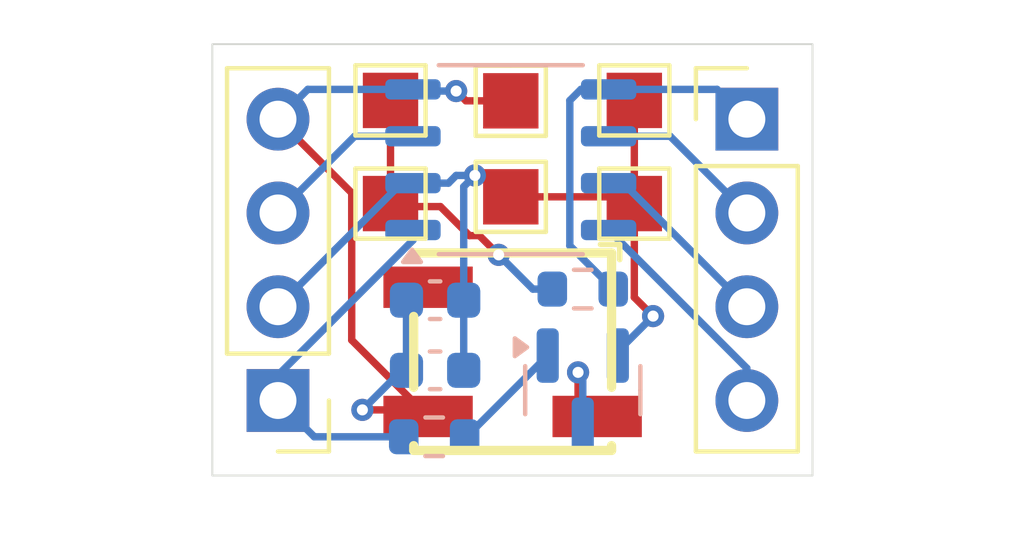
<source format=kicad_pcb>
(kicad_pcb (version 20241229) (generator "pcbnew") (generator_version "9.0")
  (layers (0 "F.Cu" signal) (2 "B.Cu" signal) (13 "F.Paste" user) (15 "B.Paste" user) (5 "F.SilkS" user "F.Silkscreen") (7 "B.SilkS" user "B.Silkscreen") (1 "F.Mask" user) (3 "B.Mask" user) (25 "Edge.Cuts" user))
  (net 0 "")
  (net 1 "VCC")
  (net 2 "GND")
  (net 3 "Net-(BUZZER1--)")
  (net 5 "PA2")
  (net 6 "BEEP")
  (net 7 "PD1")
  (net 8 "PC4")
  (net 9 "PC1")
  (net 10 "PC2")
  (net 11 "Net-(Q2-B)")
  (net 12 "Net-(LA1-Pad1)")
  (footprint "TestPoint:TestPoint_Pad_1.5x1.5mm" (layer "F.Cu") (at 136.652 65.532)
    (property "Reference" "B-1" (hide yes))
    (property "Value" "BAT-")
    (fp_line (start -0.95 -0.95) (end 0.95 -0.95) (stroke (width 0.12)) (layer "F.SilkS"))
    (fp_line (start -0.95 0.95) (end -0.95 -0.95) (stroke (width 0.12)) (layer "F.SilkS"))
    (fp_line (start 0.95 -0.95) (end 0.95 0.95) (stroke (width 0.12)) (layer "F.SilkS"))
    (fp_line (start 0.95 0.95) (end -0.95 0.95) (stroke (width 0.12)) (layer "F.SilkS"))
    (pad "1" smd rect (at 0 0) (size 1.5 1.5) (layers "F.Cu" "F.Mask") (net 2 "GND"))
  )
  (footprint "TestPoint:TestPoint_Pad_1.5x1.5mm" (layer "F.Cu") (at 130.048 68.326)
    (property "Reference" "LA2" (hide yes))
    (property "Value" "LED")
    (fp_line (start -0.95 -0.95) (end 0.95 -0.95) (stroke (width 0.12)) (layer "F.SilkS"))
    (fp_line (start -0.95 0.95) (end -0.95 -0.95) (stroke (width 0.12)) (layer "F.SilkS"))
    (fp_line (start 0.95 -0.95) (end 0.95 0.95) (stroke (width 0.12)) (layer "F.SilkS"))
    (fp_line (start 0.95 0.95) (end -0.95 0.95) (stroke (width 0.12)) (layer "F.SilkS"))
    (pad "1" smd rect (at 0 0) (size 1.5 1.5) (layers "F.Cu" "F.Mask") (net 12 "Net-(LA1-Pad1)"))
  )
  (footprint "easyeda2kicad:BUZ-SMD_3P-L5.2-W5.2-P3.50-BR" (layer "F.Cu") (at 133.355654 72.342659 90)
    (property "Reference" "BUZZER1" (hide yes))
    (property "Value" "MLT-5030")
    (fp_line (start 2.68 -2.68) (end 2.54 -2.68) (stroke (width 0.25)) (layer "F.SilkS"))
    (fp_line (start 2.68 -2.68) (end 2.68 2.68) (stroke (width 0.15)) (layer "F.SilkS"))
    (fp_line (start 2.5 -2.68) (end 2.68 -2.68) (stroke (width 0.15)) (layer "F.SilkS"))
    (fp_line (start 0.96 -2.68) (end -0.96 -2.68) (stroke (width 0.25)) (layer "F.SilkS"))
    (fp_line (start -2.5 -2.68) (end -2.67 -2.68) (stroke (width 0.15)) (layer "F.SilkS"))
    (fp_line (start -2.54 -2.68) (end -2.67 -2.68) (stroke (width 0.25)) (layer "F.SilkS"))
    (fp_line (start -2.67 -2.68) (end -2.67 2.68) (stroke (width 0.15)) (layer "F.SilkS"))
    (fp_line (start -2.67 -2.68) (end -2.67 2.68) (stroke (width 0.25)) (layer "F.SilkS"))
    (fp_line (start 2.68 2.68) (end 2.68 -2.68) (stroke (width 0.25)) (layer "F.SilkS"))
    (fp_line (start 2.68 2.68) (end 2.5 2.68) (stroke (width 0.15)) (layer "F.SilkS"))
    (fp_line (start -0.96 2.68) (end 2.68 2.68) (stroke (width 0.25)) (layer "F.SilkS"))
    (fp_line (start -2.67 2.68) (end -2.5 2.68) (stroke (width 0.15)) (layer "F.SilkS"))
    (fp_line (start -2.67 2.68) (end -2.54 2.68) (stroke (width 0.25)) (layer "F.SilkS"))
    (fp_line (start 2.91 2.9) (end 2.91 2.38) (stroke (width 0.15)) (layer "F.SilkS"))
    (fp_line (start 2.83 2.9) (end 2.91 2.9) (stroke (width 0.15)) (layer "F.SilkS"))
    (fp_line (start 2.5 2.9) (end 2.83 2.9) (stroke (width 0.15)) (layer "F.SilkS"))
    (pad "1" smd rect (at 1.75 -2.29 270) (size 1.12 2.42) (layers "F.Cu" "F.Mask" "F.Paste"))
    (pad "2" smd rect (at -1.75 -2.29 270) (size 1.12 2.42) (layers "F.Cu" "F.Mask" "F.Paste") (net 1 "VCC"))
    (pad "3" smd rect (at -1.75 2.29 270) (size 1.12 2.42) (layers "F.Cu" "F.Mask" "F.Paste") (net 3 "Net-(BUZZER1--)"))
  )
  (footprint "Connector_PinHeader_2.54mm:PinHeader_1x04_P2.54mm_Vertical" (layer "F.Cu") (at 139.7 66.04)
    (property "Reference" "J2" (hide yes))
    (property "Value" "Conn_01x04_Socket")
    (fp_line (start -1.38 -1.38) (end 0 -1.38) (stroke (width 0.12)) (layer "F.SilkS"))
    (fp_line (start -1.38 0) (end -1.38 -1.38) (stroke (width 0.12)) (layer "F.SilkS"))
    (fp_line (start -1.38 1.27) (end -1.38 9) (stroke (width 0.12)) (layer "F.SilkS"))
    (fp_line (start -1.38 1.27) (end 1.38 1.27) (stroke (width 0.12)) (layer "F.SilkS"))
    (fp_line (start -1.38 9) (end 1.38 9) (stroke (width 0.12)) (layer "F.SilkS"))
    (fp_line (start 1.38 1.27) (end 1.38 9) (stroke (width 0.12)) (layer "F.SilkS"))
    (pad "1" thru_hole rect (at 0 0) (size 1.7 1.7) (drill 1) (layers "*.Cu" "*.Mask") (net 9 "PC1"))
    (pad "2" thru_hole circle (at 0 2.54) (size 1.7 1.7) (drill 1) (layers "*.Cu" "*.Mask") (net 10 "PC2"))
    (pad "3" thru_hole circle (at 0 5.08) (size 1.7 1.7) (drill 1) (layers "*.Cu" "*.Mask") (net 8 "PC4"))
    (pad "4" thru_hole circle (at 0 7.62) (size 1.7 1.7) (drill 1) (layers "*.Cu" "*.Mask") (net 7 "PD1"))
  )
  (footprint "TestPoint:TestPoint_Pad_1.5x1.5mm" (layer "F.Cu") (at 130.048 65.532)
    (property "Reference" "LA1" (hide yes))
    (property "Value" "LED")
    (fp_line (start -0.95 -0.95) (end 0.95 -0.95) (stroke (width 0.12)) (layer "F.SilkS"))
    (fp_line (start -0.95 0.95) (end -0.95 -0.95) (stroke (width 0.12)) (layer "F.SilkS"))
    (fp_line (start 0.95 -0.95) (end 0.95 0.95) (stroke (width 0.12)) (layer "F.SilkS"))
    (fp_line (start 0.95 0.95) (end -0.95 0.95) (stroke (width 0.12)) (layer "F.SilkS"))
    (pad "1" smd rect (at 0 0) (size 1.5 1.5) (layers "F.Cu" "F.Mask") (net 12 "Net-(LA1-Pad1)"))
  )
  (footprint "TestPoint:TestPoint_Pad_1.5x1.5mm" (layer "F.Cu") (at 133.305654 65.542659)
    (property "Reference" "B+1" (hide yes))
    (property "Value" "BAT+")
    (fp_line (start -0.95 -0.95) (end 0.95 -0.95) (stroke (width 0.12)) (layer "F.SilkS"))
    (fp_line (start -0.95 0.95) (end -0.95 -0.95) (stroke (width 0.12)) (layer "F.SilkS"))
    (fp_line (start 0.95 -0.95) (end 0.95 0.95) (stroke (width 0.12)) (layer "F.SilkS"))
    (fp_line (start 0.95 0.95) (end -0.95 0.95) (stroke (width 0.12)) (layer "F.SilkS"))
    (pad "1" smd rect (at 0 0) (size 1.5 1.5) (layers "F.Cu" "F.Mask") (net 1 "VCC"))
  )
  (footprint "TestPoint:TestPoint_Pad_1.5x1.5mm" (layer "F.Cu") (at 136.652 68.326)
    (property "Reference" "LK2" (hide yes))
    (property "Value" "LED")
    (fp_line (start -0.95 -0.95) (end 0.95 -0.95) (stroke (width 0.12)) (layer "F.SilkS"))
    (fp_line (start -0.95 0.95) (end -0.95 -0.95) (stroke (width 0.12)) (layer "F.SilkS"))
    (fp_line (start 0.95 -0.95) (end 0.95 0.95) (stroke (width 0.12)) (layer "F.SilkS"))
    (fp_line (start 0.95 0.95) (end -0.95 0.95) (stroke (width 0.12)) (layer "F.SilkS"))
    (pad "1" smd rect (at 0 0) (size 1.5 1.5) (layers "F.Cu" "F.Mask") (net 2 "GND"))
  )
  (footprint "TestPoint:TestPoint_Pad_1.5x1.5mm" (layer "F.Cu") (at 133.305654 68.142659)
    (property "Reference" "LK1" (hide yes))
    (property "Value" "LED")
    (fp_line (start -0.95 -0.95) (end 0.95 -0.95) (stroke (width 0.12)) (layer "F.SilkS"))
    (fp_line (start -0.95 0.95) (end -0.95 -0.95) (stroke (width 0.12)) (layer "F.SilkS"))
    (fp_line (start 0.95 -0.95) (end 0.95 0.95) (stroke (width 0.12)) (layer "F.SilkS"))
    (fp_line (start 0.95 0.95) (end -0.95 0.95) (stroke (width 0.12)) (layer "F.SilkS"))
    (pad "1" smd rect (at 0 0) (size 1.5 1.5) (layers "F.Cu" "F.Mask") (net 2 "GND"))
  )
  (footprint "Connector_PinHeader_2.54mm:PinHeader_1x04_P2.54mm_Vertical" (layer "F.Cu") (at 127 73.66 180)
    (property "Reference" "J1" (hide yes))
    (property "Value" "Conn_01x04_Socket")
    (fp_line (start 1.38 1.27) (end 1.38 9) (stroke (width 0.12)) (layer "F.SilkS"))
    (fp_line (start -1.38 9) (end 1.38 9) (stroke (width 0.12)) (layer "F.SilkS"))
    (fp_line (start -1.38 1.27) (end 1.38 1.27) (stroke (width 0.12)) (layer "F.SilkS"))
    (fp_line (start -1.38 1.27) (end -1.38 9) (stroke (width 0.12)) (layer "F.SilkS"))
    (fp_line (start -1.38 0) (end -1.38 -1.38) (stroke (width 0.12)) (layer "F.SilkS"))
    (fp_line (start -1.38 -1.38) (end 0 -1.38) (stroke (width 0.12)) (layer "F.SilkS"))
    (pad "1" thru_hole rect (at 0 0 180) (size 1.7 1.7) (drill 1) (layers "*.Cu" "*.Mask") (net 6 "BEEP"))
    (pad "2" thru_hole circle (at 0 2.54 180) (size 1.7 1.7) (drill 1) (layers "*.Cu" "*.Mask") (net 2 "GND"))
    (pad "3" thru_hole circle (at 0 5.08 180) (size 1.7 1.7) (drill 1) (layers "*.Cu" "*.Mask") (net 5 "PA2"))
    (pad "4" thru_hole circle (at 0 7.62 180) (size 1.7 1.7) (drill 1) (layers "*.Cu" "*.Mask") (net 1 "VCC"))
  )
  (footprint "Package_TO_SOT_SMD:SOT-23" (layer "B.Cu") (at 135.255654 73.380159 -90)
    (property "Reference" "Q2" (hide yes))
    (property "Value" "MMBT2222A")
    (fp_line (start 0 1.56) (end -0.65 1.56) (stroke (width 0.12)) (layer "B.SilkS"))
    (fp_line (start 0 1.56) (end 0.65 1.56) (stroke (width 0.12)) (layer "B.SilkS"))
    (fp_line (start 0 -1.56) (end -0.65 -1.56) (stroke (width 0.12)) (layer "B.SilkS"))
    (fp_line (start 0 -1.56) (end 0.65 -1.56) (stroke (width 0.12)) (layer "B.SilkS"))
    (fp_poly (pts (xy -1.1625 1.51) (xy -1.4025 1.84) (xy -0.9225 1.84)) (stroke (width 0.12)) (fill yes) (layer "B.SilkS"))
    (pad "1" smd roundrect (at -0.9375 0.95 270) (size 1.475 0.6) (layers "B.Cu" "B.Mask" "B.Paste") (net 11 "Net-(Q2-B)"))
    (pad "2" smd roundrect (at -0.9375 -0.95 270) (size 1.475 0.6) (layers "B.Cu" "B.Mask" "B.Paste") (net 2 "GND"))
    (pad "3" smd roundrect (at 0.9375 0 270) (size 1.475 0.6) (layers "B.Cu" "B.Mask" "B.Paste") (net 3 "Net-(BUZZER1--)"))
  )
  (footprint "Capacitor_SMD:C_0603_1608Metric" (layer "B.Cu") (at 131.255654 70.942659)
    (property "Reference" "C2" (hide yes))
    (property "Value" "10n")
    (fp_line (start -0.14058 -0.51) (end 0.14058 -0.51) (stroke (width 0.12)) (layer "B.SilkS"))
    (fp_line (start -0.14058 0.51) (end 0.14058 0.51) (stroke (width 0.12)) (layer "B.SilkS"))
    (pad "1" smd roundrect (at -0.775 0) (size 0.9 0.95) (layers "B.Cu" "B.Mask" "B.Paste") (net 1 "VCC"))
    (pad "2" smd roundrect (at 0.775 0) (size 0.9 0.95) (layers "B.Cu" "B.Mask" "B.Paste") (net 2 "GND"))
  )
  (footprint "Resistor_SMD:R_0603_1608Metric" (layer "B.Cu") (at 131.230654 74.642659 180)
    (property "Reference" "R1" (hide yes))
    (property "Value" "1K")
    (fp_line (start -0.237258 0.5225) (end 0.237258 0.5225) (stroke (width 0.12)) (layer "B.SilkS"))
    (fp_line (start -0.237258 -0.5225) (end 0.237258 -0.5225) (stroke (width 0.12)) (layer "B.SilkS"))
    (pad "1" smd roundrect (at -0.825 0 180) (size 0.8 0.95) (layers "B.Cu" "B.Mask" "B.Paste") (net 11 "Net-(Q2-B)"))
    (pad "2" smd roundrect (at 0.825 0 180) (size 0.8 0.95) (layers "B.Cu" "B.Mask" "B.Paste") (net 6 "BEEP"))
  )
  (footprint "Capacitor_SMD:C_0603_1608Metric" (layer "B.Cu") (at 131.255654 72.842659)
    (property "Reference" "C1" (hide yes))
    (property "Value" "100n")
    (fp_line (start -0.14058 -0.51) (end 0.14058 -0.51) (stroke (width 0.12)) (layer "B.SilkS"))
    (fp_line (start -0.14058 0.51) (end 0.14058 0.51) (stroke (width 0.12)) (layer "B.SilkS"))
    (pad "1" smd roundrect (at -0.775 0) (size 0.9 0.95) (layers "B.Cu" "B.Mask" "B.Paste") (net 1 "VCC"))
    (pad "2" smd roundrect (at 0.775 0) (size 0.9 0.95) (layers "B.Cu" "B.Mask" "B.Paste") (net 2 "GND"))
  )
  (footprint "Resistor_SMD:R_0603_1608Metric" (layer "B.Cu") (at 135.255654 70.642659)
    (property "Reference" "R4" (hide yes))
    (property "Value" "1K")
    (fp_line (start -0.237258 -0.5225) (end 0.237258 -0.5225) (stroke (width 0.12)) (layer "B.SilkS"))
    (fp_line (start -0.237258 0.5225) (end 0.237258 0.5225) (stroke (width 0.12)) (layer "B.SilkS"))
    (pad "1" smd roundrect (at -0.825 0) (size 0.8 0.95) (layers "B.Cu" "B.Mask" "B.Paste") (net 12 "Net-(LA1-Pad1)"))
    (pad "2" smd roundrect (at 0.825 0) (size 0.8 0.95) (layers "B.Cu" "B.Mask" "B.Paste") (net 9 "PC1"))
  )
  (footprint "Package_SO:JEITA_SOIC-8_3.9x4.9mm_P1.27mm" (layer "B.Cu") (at 133.305654 67.137659)
    (property "Reference" "U1" (hide yes))
    (property "Value" "CH32V003JxMx")
    (fp_line (start 0 -2.56) (end -1.95 -2.56) (stroke (width 0.12)) (layer "B.SilkS"))
    (fp_line (start 0 -2.56) (end 1.95 -2.56) (stroke (width 0.12)) (layer "B.SilkS"))
    (fp_line (start 0 2.56) (end -1.95 2.56) (stroke (width 0.12)) (layer "B.SilkS"))
    (fp_line (start 0 2.56) (end 1.95 2.56) (stroke (width 0.12)) (layer "B.SilkS"))
    (fp_poly (pts (xy -2.675 2.44) (xy -2.915 2.77) (xy -2.435 2.77)) (stroke (width 0.12)) (fill yes) (layer "B.SilkS"))
    (pad "1" smd roundrect (at -2.65 1.905) (size 1.5 0.55) (layers "B.Cu" "B.Mask" "B.Paste") (net 6 "BEEP"))
    (pad "2" smd roundrect (at -2.65 0.635) (size 1.5 0.55) (layers "B.Cu" "B.Mask" "B.Paste") (net 2 "GND"))
    (pad "3" smd roundrect (at -2.65 -0.635) (size 1.5 0.55) (layers "B.Cu" "B.Mask" "B.Paste") (net 5 "PA2"))
    (pad "4" smd roundrect (at -2.65 -1.905) (size 1.5 0.55) (layers "B.Cu" "B.Mask" "B.Paste") (net 1 "VCC"))
    (pad "5" smd roundrect (at 2.65 -1.905) (size 1.5 0.55) (layers "B.Cu" "B.Mask" "B.Paste") (net 9 "PC1"))
    (pad "6" smd roundrect (at 2.65 -0.635) (size 1.5 0.55) (layers "B.Cu" "B.Mask" "B.Paste") (net 10 "PC2"))
    (pad "7" smd roundrect (at 2.65 0.635) (size 1.5 0.55) (layers "B.Cu" "B.Mask" "B.Paste") (net 8 "PC4"))
    (pad "8" smd roundrect (at 2.65 1.905) (size 1.5 0.55) (layers "B.Cu" "B.Mask" "B.Paste") (net 7 "PD1"))
  )
  (gr_rect (start 125.222 64.008) (end 141.478 75.692) (stroke (width 0.05)) (fill no) (layer "Edge.Cuts"))
  (segment (start 132.090659 65.542659) (end 131.826 65.278) (width 0.2) (layer "F.Cu") (net 1))
  (segment (start 130.886995 73.914) (end 131.065654 74.092659) (width 0.2) (layer "F.Cu") (net 1))
  (segment (start 128.997 72.024005) (end 128.997 68.037) (width 0.2) (layer "F.Cu") (net 1))
  (segment (start 131.065654 74.092659) (end 128.997 72.024005) (width 0.2) (layer "F.Cu") (net 1))
  (segment (start 128.997 68.037) (end 127 66.04) (width 0.2) (layer "F.Cu") (net 1))
  (segment (start 133.305654 65.542659) (end 132.090659 65.542659) (width 0.2) (layer "F.Cu") (net 1))
  (segment (start 129.286 73.914) (end 130.886995 73.914) (width 0.2) (layer "F.Cu") (net 1))
  (via (at 131.826 65.278) (size 0.6) (drill 0.3) (layers "F.Cu" "B.Cu") (net 1))
  (via (at 129.286 73.914) (size 0.6) (drill 0.3) (layers "F.Cu" "B.Cu") (net 1))
  (segment (start 130.480654 72.842659) (end 130.357341 72.842659) (width 0.2) (layer "B.Cu") (net 1))
  (segment (start 130.655654 65.232659) (end 127.807341 65.232659) (width 0.2) (layer "B.Cu") (net 1))
  (segment (start 127.807341 65.232659) (end 127 66.04) (width 0.2) (layer "B.Cu") (net 1))
  (segment (start 131.826 65.278) (end 130.700995 65.278) (width 0.2) (layer "B.Cu") (net 1))
  (segment (start 130.357341 72.842659) (end 129.286 73.914) (width 0.2) (layer "B.Cu") (net 1))
  (segment (start 130.480654 70.942659) (end 130.480654 72.842659) (width 0.2) (layer "B.Cu") (net 1))
  (segment (start 130.700995 65.278) (end 130.655654 65.232659) (width 0.2) (layer "B.Cu") (net 1))
  (segment (start 136.652 70.866) (end 136.652 68.326) (width 0.2) (layer "F.Cu") (net 2))
  (segment (start 133.305654 68.142659) (end 136.468659 68.142659) (width 0.2) (layer "F.Cu") (net 2))
  (segment (start 136.652 68.326) (end 136.652 65.532) (width 0.2) (layer "F.Cu") (net 2))
  (segment (start 137.16 71.374) (end 136.652 70.866) (width 0.2) (layer "F.Cu") (net 2))
  (segment (start 136.468659 68.142659) (end 136.652 68.326) (width 0.2) (layer "F.Cu") (net 2))
  (segment (start 132.334 67.564) (end 132.726995 67.564) (width 0.2) (layer "F.Cu") (net 2))
  (segment (start 132.726995 67.564) (end 133.305654 68.142659) (width 0.2) (layer "F.Cu") (net 2))
  (via (at 137.16 71.374) (size 0.6) (drill 0.3) (layers "F.Cu" "B.Cu") (net 2))
  (via (at 132.334 67.564) (size 0.6) (drill 0.3) (layers "F.Cu" "B.Cu") (net 2))
  (segment (start 132.030654 70.942659) (end 132.030654 67.867346) (width 0.2) (layer "B.Cu") (net 2))
  (segment (start 136.205654 72.328346) (end 137.16 71.374) (width 0.2) (layer "B.Cu") (net 2))
  (segment (start 132.030654 67.867346) (end 132.334 67.564) (width 0.2) (layer "B.Cu") (net 2))
  (segment (start 131.826 67.564) (end 131.617341 67.772659) (width 0.2) (layer "B.Cu") (net 2))
  (segment (start 132.030654 70.942659) (end 132.030654 72.842659) (width 0.2) (layer "B.Cu") (net 2))
  (segment (start 132.334 67.564) (end 131.826 67.564) (width 0.2) (layer "B.Cu") (net 2))
  (segment (start 130.655654 67.772659) (end 130.347341 67.772659) (width 0.2) (layer "B.Cu") (net 2))
  (segment (start 131.617341 67.772659) (end 130.655654 67.772659) (width 0.2) (layer "B.Cu") (net 2))
  (segment (start 136.205654 72.442659) (end 136.205654 72.328346) (width 0.2) (layer "B.Cu") (net 2))
  (segment (start 130.347341 67.772659) (end 127 71.12) (width 0.2) (layer "B.Cu") (net 2))
  (segment (start 135.128 72.898) (end 135.128 73.575005) (width 0.2) (layer "F.Cu") (net 3))
  (segment (start 135.128 73.575005) (end 135.645654 74.092659) (width 0.2) (layer "F.Cu") (net 3))
  (via (at 135.128 72.898) (size 0.6) (drill 0.3) (layers "F.Cu" "B.Cu") (net 3))
  (segment (start 135.255654 73.025654) (end 135.128 72.898) (width 0.2) (layer "B.Cu") (net 3))
  (segment (start 135.255654 74.317659) (end 135.255654 73.025654) (width 0.2) (layer "B.Cu") (net 3))
  (segment (start 130.655654 66.502659) (end 129.077341 66.502659) (width 0.2) (layer "B.Cu") (net 5))
  (segment (start 129.077341 66.502659) (end 127 68.58) (width 0.2) (layer "B.Cu") (net 5))
  (segment (start 127.982659 74.642659) (end 127 73.66) (width 0.2) (layer "B.Cu") (net 6))
  (segment (start 127 72.973312) (end 127 73.66) (width 0.2) (layer "B.Cu") (net 6))
  (segment (start 130.405654 74.642659) (end 127.982659 74.642659) (width 0.2) (layer "B.Cu") (net 6))
  (segment (start 130.655654 69.042659) (end 130.655654 69.317658) (width 0.2) (layer "B.Cu") (net 6))
  (segment (start 130.655654 69.317658) (end 127 72.973312) (width 0.2) (layer "B.Cu") (net 6))
  (segment (start 139.7 72.787005) (end 139.7 73.66) (width 0.2) (layer "B.Cu") (net 7))
  (segment (start 135.955654 69.042659) (end 139.7 72.787005) (width 0.2) (layer "B.Cu") (net 7))
  (segment (start 136.352659 67.772659) (end 139.7 71.12) (width 0.2) (layer "B.Cu") (net 8))
  (segment (start 135.955654 67.772659) (end 136.352659 67.772659) (width 0.2) (layer "B.Cu") (net 8))
  (segment (start 134.904654 65.53366) (end 135.205655 65.232659) (width 0.2) (layer "B.Cu") (net 9))
  (segment (start 134.904654 69.466659) (end 134.904654 65.53366) (width 0.2) (layer "B.Cu") (net 9))
  (segment (start 136.080654 70.642659) (end 134.904654 69.466659) (width 0.2) (layer "B.Cu") (net 9))
  (segment (start 135.955654 65.232659) (end 138.892659 65.232659) (width 0.2) (layer "B.Cu") (net 9))
  (segment (start 138.892659 65.232659) (end 139.7 66.04) (width 0.2) (layer "B.Cu") (net 9))
  (segment (start 135.205655 65.232659) (end 135.955654 65.232659) (width 0.2) (layer "B.Cu") (net 9))
  (segment (start 137.622659 66.502659) (end 139.7 68.58) (width 0.2) (layer "B.Cu") (net 10))
  (segment (start 135.955654 66.502659) (end 137.622659 66.502659) (width 0.2) (layer "B.Cu") (net 10))
  (segment (start 132.105654 74.642659) (end 134.305654 72.442659) (width 0.2) (layer "B.Cu") (net 11))
  (segment (start 132.055654 74.642659) (end 132.105654 74.642659) (width 0.2) (layer "B.Cu") (net 11))
  (segment (start 131.39966 68.40766) (end 130.12966 68.40766) (width 0.2) (layer "F.Cu") (net 12))
  (segment (start 132.185659 69.193659) (end 131.39966 68.40766) (width 0.2) (layer "F.Cu") (net 12))
  (segment (start 132.455449 69.193659) (end 132.185659 69.193659) (width 0.2) (layer "F.Cu") (net 12))
  (segment (start 132.976895 69.715105) (end 132.455449 69.193659) (width 0.2) (layer "F.Cu") (net 12))
  (segment (start 130.048 65.532) (end 130.048 68.326) (width 0.2) (layer "F.Cu") (net 12))
  (segment (start 130.12966 68.40766) (end 130.048 68.326) (width 0.2) (layer "F.Cu") (net 12))
  (via (at 132.976895 69.715105) (size 0.6) (drill 0.3) (layers "F.Cu" "B.Cu") (net 12))
  (segment (start 132.976895 69.715105) (end 133.904449 70.642659) (width 0.2) (layer "B.Cu") (net 12))
  (segment (start 133.904449 70.642659) (end 134.430654 70.642659) (width 0.2) (layer "B.Cu") (net 12))
)
</source>
